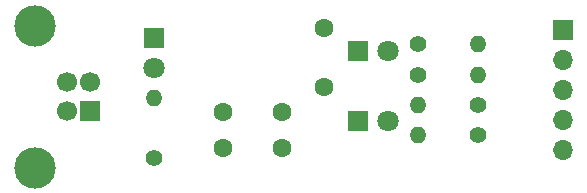
<source format=gbs>
G04 #@! TF.GenerationSoftware,KiCad,Pcbnew,8.0.7*
G04 #@! TF.CreationDate,2025-01-23T22:17:45+09:00*
G04 #@! TF.ProjectId,ch340_silial_release,63683334-305f-4736-996c-69616c5f7265,rev?*
G04 #@! TF.SameCoordinates,Original*
G04 #@! TF.FileFunction,Soldermask,Bot*
G04 #@! TF.FilePolarity,Negative*
%FSLAX46Y46*%
G04 Gerber Fmt 4.6, Leading zero omitted, Abs format (unit mm)*
G04 Created by KiCad (PCBNEW 8.0.7) date 2025-01-23 22:17:45*
%MOMM*%
%LPD*%
G01*
G04 APERTURE LIST*
%ADD10R,1.700000X1.700000*%
%ADD11C,1.700000*%
%ADD12C,3.500000*%
%ADD13C,1.400000*%
%ADD14O,1.400000X1.400000*%
%ADD15C,1.600000*%
%ADD16R,1.800000X1.800000*%
%ADD17C,1.800000*%
%ADD18O,1.700000X1.700000*%
G04 APERTURE END LIST*
D10*
X107577500Y-61275000D03*
D11*
X107577500Y-58775000D03*
X105577500Y-58775000D03*
X105577500Y-61275000D03*
D12*
X102867500Y-66045000D03*
X102867500Y-54005000D03*
D13*
X135292800Y-58152266D03*
D14*
X140372800Y-58152266D03*
X140372800Y-55600600D03*
D13*
X135292800Y-55600600D03*
X113000000Y-65252600D03*
D14*
X113000000Y-60172600D03*
D13*
X140372800Y-60703932D03*
D14*
X135292800Y-60703932D03*
D13*
X140372800Y-63255600D03*
D14*
X135292800Y-63255600D03*
D15*
X123772000Y-64341000D03*
X118772000Y-64341000D03*
X123772000Y-61341000D03*
X118772000Y-61341000D03*
X127368000Y-54229000D03*
X127368000Y-59229000D03*
D16*
X130212800Y-56159400D03*
D17*
X132752800Y-56159400D03*
D16*
X130212800Y-62052200D03*
D17*
X132752800Y-62052200D03*
D10*
X147623900Y-54413200D03*
D18*
X147623900Y-56953200D03*
X147623900Y-59493200D03*
X147623900Y-62033200D03*
X147623900Y-64573200D03*
D16*
X113000000Y-55041800D03*
D17*
X113000000Y-57581800D03*
M02*

</source>
